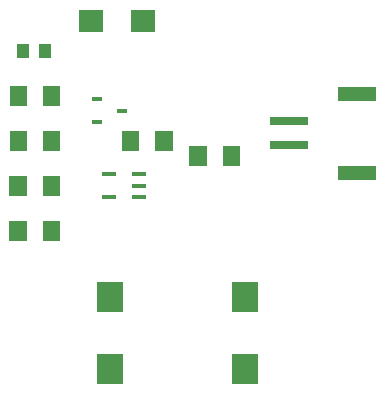
<source format=gbr>
G04 EAGLE Gerber RS-274X export*
G75*
%MOMM*%
%FSLAX34Y34*%
%LPD*%
%INSolderpaste Top*%
%IPPOS*%
%AMOC8*
5,1,8,0,0,1.08239X$1,22.5*%
G01*
%ADD10C,0.014000*%
%ADD11R,1.100000X1.300000*%
%ADD12R,2.000000X1.950000*%
%ADD13R,1.200000X0.400000*%
%ADD14R,0.900000X0.450000*%
%ADD15R,3.300000X0.800000*%
%ADD16R,3.200000X1.300000*%
%ADD17R,2.200000X2.600000*%


D10*
X41030Y224320D02*
X27170Y224320D01*
X27170Y240180D01*
X41030Y240180D01*
X41030Y224320D01*
X41030Y224453D02*
X27170Y224453D01*
X27170Y224586D02*
X41030Y224586D01*
X41030Y224719D02*
X27170Y224719D01*
X27170Y224852D02*
X41030Y224852D01*
X41030Y224985D02*
X27170Y224985D01*
X27170Y225118D02*
X41030Y225118D01*
X41030Y225251D02*
X27170Y225251D01*
X27170Y225384D02*
X41030Y225384D01*
X41030Y225517D02*
X27170Y225517D01*
X27170Y225650D02*
X41030Y225650D01*
X41030Y225783D02*
X27170Y225783D01*
X27170Y225916D02*
X41030Y225916D01*
X41030Y226049D02*
X27170Y226049D01*
X27170Y226182D02*
X41030Y226182D01*
X41030Y226315D02*
X27170Y226315D01*
X27170Y226448D02*
X41030Y226448D01*
X41030Y226581D02*
X27170Y226581D01*
X27170Y226714D02*
X41030Y226714D01*
X41030Y226847D02*
X27170Y226847D01*
X27170Y226980D02*
X41030Y226980D01*
X41030Y227113D02*
X27170Y227113D01*
X27170Y227246D02*
X41030Y227246D01*
X41030Y227379D02*
X27170Y227379D01*
X27170Y227512D02*
X41030Y227512D01*
X41030Y227645D02*
X27170Y227645D01*
X27170Y227778D02*
X41030Y227778D01*
X41030Y227911D02*
X27170Y227911D01*
X27170Y228044D02*
X41030Y228044D01*
X41030Y228177D02*
X27170Y228177D01*
X27170Y228310D02*
X41030Y228310D01*
X41030Y228443D02*
X27170Y228443D01*
X27170Y228576D02*
X41030Y228576D01*
X41030Y228709D02*
X27170Y228709D01*
X27170Y228842D02*
X41030Y228842D01*
X41030Y228975D02*
X27170Y228975D01*
X27170Y229108D02*
X41030Y229108D01*
X41030Y229241D02*
X27170Y229241D01*
X27170Y229374D02*
X41030Y229374D01*
X41030Y229507D02*
X27170Y229507D01*
X27170Y229640D02*
X41030Y229640D01*
X41030Y229773D02*
X27170Y229773D01*
X27170Y229906D02*
X41030Y229906D01*
X41030Y230039D02*
X27170Y230039D01*
X27170Y230172D02*
X41030Y230172D01*
X41030Y230305D02*
X27170Y230305D01*
X27170Y230438D02*
X41030Y230438D01*
X41030Y230571D02*
X27170Y230571D01*
X27170Y230704D02*
X41030Y230704D01*
X41030Y230837D02*
X27170Y230837D01*
X27170Y230970D02*
X41030Y230970D01*
X41030Y231103D02*
X27170Y231103D01*
X27170Y231236D02*
X41030Y231236D01*
X41030Y231369D02*
X27170Y231369D01*
X27170Y231502D02*
X41030Y231502D01*
X41030Y231635D02*
X27170Y231635D01*
X27170Y231768D02*
X41030Y231768D01*
X41030Y231901D02*
X27170Y231901D01*
X27170Y232034D02*
X41030Y232034D01*
X41030Y232167D02*
X27170Y232167D01*
X27170Y232300D02*
X41030Y232300D01*
X41030Y232433D02*
X27170Y232433D01*
X27170Y232566D02*
X41030Y232566D01*
X41030Y232699D02*
X27170Y232699D01*
X27170Y232832D02*
X41030Y232832D01*
X41030Y232965D02*
X27170Y232965D01*
X27170Y233098D02*
X41030Y233098D01*
X41030Y233231D02*
X27170Y233231D01*
X27170Y233364D02*
X41030Y233364D01*
X41030Y233497D02*
X27170Y233497D01*
X27170Y233630D02*
X41030Y233630D01*
X41030Y233763D02*
X27170Y233763D01*
X27170Y233896D02*
X41030Y233896D01*
X41030Y234029D02*
X27170Y234029D01*
X27170Y234162D02*
X41030Y234162D01*
X41030Y234295D02*
X27170Y234295D01*
X27170Y234428D02*
X41030Y234428D01*
X41030Y234561D02*
X27170Y234561D01*
X27170Y234694D02*
X41030Y234694D01*
X41030Y234827D02*
X27170Y234827D01*
X27170Y234960D02*
X41030Y234960D01*
X41030Y235093D02*
X27170Y235093D01*
X27170Y235226D02*
X41030Y235226D01*
X41030Y235359D02*
X27170Y235359D01*
X27170Y235492D02*
X41030Y235492D01*
X41030Y235625D02*
X27170Y235625D01*
X27170Y235758D02*
X41030Y235758D01*
X41030Y235891D02*
X27170Y235891D01*
X27170Y236024D02*
X41030Y236024D01*
X41030Y236157D02*
X27170Y236157D01*
X27170Y236290D02*
X41030Y236290D01*
X41030Y236423D02*
X27170Y236423D01*
X27170Y236556D02*
X41030Y236556D01*
X41030Y236689D02*
X27170Y236689D01*
X27170Y236822D02*
X41030Y236822D01*
X41030Y236955D02*
X27170Y236955D01*
X27170Y237088D02*
X41030Y237088D01*
X41030Y237221D02*
X27170Y237221D01*
X27170Y237354D02*
X41030Y237354D01*
X41030Y237487D02*
X27170Y237487D01*
X27170Y237620D02*
X41030Y237620D01*
X41030Y237753D02*
X27170Y237753D01*
X27170Y237886D02*
X41030Y237886D01*
X41030Y238019D02*
X27170Y238019D01*
X27170Y238152D02*
X41030Y238152D01*
X41030Y238285D02*
X27170Y238285D01*
X27170Y238418D02*
X41030Y238418D01*
X41030Y238551D02*
X27170Y238551D01*
X27170Y238684D02*
X41030Y238684D01*
X41030Y238817D02*
X27170Y238817D01*
X27170Y238950D02*
X41030Y238950D01*
X41030Y239083D02*
X27170Y239083D01*
X27170Y239216D02*
X41030Y239216D01*
X41030Y239349D02*
X27170Y239349D01*
X27170Y239482D02*
X41030Y239482D01*
X41030Y239615D02*
X27170Y239615D01*
X27170Y239748D02*
X41030Y239748D01*
X41030Y239881D02*
X27170Y239881D01*
X27170Y240014D02*
X41030Y240014D01*
X41030Y240147D02*
X27170Y240147D01*
X55170Y224320D02*
X69030Y224320D01*
X55170Y224320D02*
X55170Y240180D01*
X69030Y240180D01*
X69030Y224320D01*
X69030Y224453D02*
X55170Y224453D01*
X55170Y224586D02*
X69030Y224586D01*
X69030Y224719D02*
X55170Y224719D01*
X55170Y224852D02*
X69030Y224852D01*
X69030Y224985D02*
X55170Y224985D01*
X55170Y225118D02*
X69030Y225118D01*
X69030Y225251D02*
X55170Y225251D01*
X55170Y225384D02*
X69030Y225384D01*
X69030Y225517D02*
X55170Y225517D01*
X55170Y225650D02*
X69030Y225650D01*
X69030Y225783D02*
X55170Y225783D01*
X55170Y225916D02*
X69030Y225916D01*
X69030Y226049D02*
X55170Y226049D01*
X55170Y226182D02*
X69030Y226182D01*
X69030Y226315D02*
X55170Y226315D01*
X55170Y226448D02*
X69030Y226448D01*
X69030Y226581D02*
X55170Y226581D01*
X55170Y226714D02*
X69030Y226714D01*
X69030Y226847D02*
X55170Y226847D01*
X55170Y226980D02*
X69030Y226980D01*
X69030Y227113D02*
X55170Y227113D01*
X55170Y227246D02*
X69030Y227246D01*
X69030Y227379D02*
X55170Y227379D01*
X55170Y227512D02*
X69030Y227512D01*
X69030Y227645D02*
X55170Y227645D01*
X55170Y227778D02*
X69030Y227778D01*
X69030Y227911D02*
X55170Y227911D01*
X55170Y228044D02*
X69030Y228044D01*
X69030Y228177D02*
X55170Y228177D01*
X55170Y228310D02*
X69030Y228310D01*
X69030Y228443D02*
X55170Y228443D01*
X55170Y228576D02*
X69030Y228576D01*
X69030Y228709D02*
X55170Y228709D01*
X55170Y228842D02*
X69030Y228842D01*
X69030Y228975D02*
X55170Y228975D01*
X55170Y229108D02*
X69030Y229108D01*
X69030Y229241D02*
X55170Y229241D01*
X55170Y229374D02*
X69030Y229374D01*
X69030Y229507D02*
X55170Y229507D01*
X55170Y229640D02*
X69030Y229640D01*
X69030Y229773D02*
X55170Y229773D01*
X55170Y229906D02*
X69030Y229906D01*
X69030Y230039D02*
X55170Y230039D01*
X55170Y230172D02*
X69030Y230172D01*
X69030Y230305D02*
X55170Y230305D01*
X55170Y230438D02*
X69030Y230438D01*
X69030Y230571D02*
X55170Y230571D01*
X55170Y230704D02*
X69030Y230704D01*
X69030Y230837D02*
X55170Y230837D01*
X55170Y230970D02*
X69030Y230970D01*
X69030Y231103D02*
X55170Y231103D01*
X55170Y231236D02*
X69030Y231236D01*
X69030Y231369D02*
X55170Y231369D01*
X55170Y231502D02*
X69030Y231502D01*
X69030Y231635D02*
X55170Y231635D01*
X55170Y231768D02*
X69030Y231768D01*
X69030Y231901D02*
X55170Y231901D01*
X55170Y232034D02*
X69030Y232034D01*
X69030Y232167D02*
X55170Y232167D01*
X55170Y232300D02*
X69030Y232300D01*
X69030Y232433D02*
X55170Y232433D01*
X55170Y232566D02*
X69030Y232566D01*
X69030Y232699D02*
X55170Y232699D01*
X55170Y232832D02*
X69030Y232832D01*
X69030Y232965D02*
X55170Y232965D01*
X55170Y233098D02*
X69030Y233098D01*
X69030Y233231D02*
X55170Y233231D01*
X55170Y233364D02*
X69030Y233364D01*
X69030Y233497D02*
X55170Y233497D01*
X55170Y233630D02*
X69030Y233630D01*
X69030Y233763D02*
X55170Y233763D01*
X55170Y233896D02*
X69030Y233896D01*
X69030Y234029D02*
X55170Y234029D01*
X55170Y234162D02*
X69030Y234162D01*
X69030Y234295D02*
X55170Y234295D01*
X55170Y234428D02*
X69030Y234428D01*
X69030Y234561D02*
X55170Y234561D01*
X55170Y234694D02*
X69030Y234694D01*
X69030Y234827D02*
X55170Y234827D01*
X55170Y234960D02*
X69030Y234960D01*
X69030Y235093D02*
X55170Y235093D01*
X55170Y235226D02*
X69030Y235226D01*
X69030Y235359D02*
X55170Y235359D01*
X55170Y235492D02*
X69030Y235492D01*
X69030Y235625D02*
X55170Y235625D01*
X55170Y235758D02*
X69030Y235758D01*
X69030Y235891D02*
X55170Y235891D01*
X55170Y236024D02*
X69030Y236024D01*
X69030Y236157D02*
X55170Y236157D01*
X55170Y236290D02*
X69030Y236290D01*
X69030Y236423D02*
X55170Y236423D01*
X55170Y236556D02*
X69030Y236556D01*
X69030Y236689D02*
X55170Y236689D01*
X55170Y236822D02*
X69030Y236822D01*
X69030Y236955D02*
X55170Y236955D01*
X55170Y237088D02*
X69030Y237088D01*
X69030Y237221D02*
X55170Y237221D01*
X55170Y237354D02*
X69030Y237354D01*
X69030Y237487D02*
X55170Y237487D01*
X55170Y237620D02*
X69030Y237620D01*
X69030Y237753D02*
X55170Y237753D01*
X55170Y237886D02*
X69030Y237886D01*
X69030Y238019D02*
X55170Y238019D01*
X55170Y238152D02*
X69030Y238152D01*
X69030Y238285D02*
X55170Y238285D01*
X55170Y238418D02*
X69030Y238418D01*
X69030Y238551D02*
X55170Y238551D01*
X55170Y238684D02*
X69030Y238684D01*
X69030Y238817D02*
X55170Y238817D01*
X55170Y238950D02*
X69030Y238950D01*
X69030Y239083D02*
X55170Y239083D01*
X55170Y239216D02*
X69030Y239216D01*
X69030Y239349D02*
X55170Y239349D01*
X55170Y239482D02*
X69030Y239482D01*
X69030Y239615D02*
X55170Y239615D01*
X55170Y239748D02*
X69030Y239748D01*
X69030Y239881D02*
X55170Y239881D01*
X55170Y240014D02*
X69030Y240014D01*
X69030Y240147D02*
X55170Y240147D01*
X55170Y278280D02*
X69030Y278280D01*
X69030Y262420D01*
X55170Y262420D01*
X55170Y278280D01*
X55170Y262553D02*
X69030Y262553D01*
X69030Y262686D02*
X55170Y262686D01*
X55170Y262819D02*
X69030Y262819D01*
X69030Y262952D02*
X55170Y262952D01*
X55170Y263085D02*
X69030Y263085D01*
X69030Y263218D02*
X55170Y263218D01*
X55170Y263351D02*
X69030Y263351D01*
X69030Y263484D02*
X55170Y263484D01*
X55170Y263617D02*
X69030Y263617D01*
X69030Y263750D02*
X55170Y263750D01*
X55170Y263883D02*
X69030Y263883D01*
X69030Y264016D02*
X55170Y264016D01*
X55170Y264149D02*
X69030Y264149D01*
X69030Y264282D02*
X55170Y264282D01*
X55170Y264415D02*
X69030Y264415D01*
X69030Y264548D02*
X55170Y264548D01*
X55170Y264681D02*
X69030Y264681D01*
X69030Y264814D02*
X55170Y264814D01*
X55170Y264947D02*
X69030Y264947D01*
X69030Y265080D02*
X55170Y265080D01*
X55170Y265213D02*
X69030Y265213D01*
X69030Y265346D02*
X55170Y265346D01*
X55170Y265479D02*
X69030Y265479D01*
X69030Y265612D02*
X55170Y265612D01*
X55170Y265745D02*
X69030Y265745D01*
X69030Y265878D02*
X55170Y265878D01*
X55170Y266011D02*
X69030Y266011D01*
X69030Y266144D02*
X55170Y266144D01*
X55170Y266277D02*
X69030Y266277D01*
X69030Y266410D02*
X55170Y266410D01*
X55170Y266543D02*
X69030Y266543D01*
X69030Y266676D02*
X55170Y266676D01*
X55170Y266809D02*
X69030Y266809D01*
X69030Y266942D02*
X55170Y266942D01*
X55170Y267075D02*
X69030Y267075D01*
X69030Y267208D02*
X55170Y267208D01*
X55170Y267341D02*
X69030Y267341D01*
X69030Y267474D02*
X55170Y267474D01*
X55170Y267607D02*
X69030Y267607D01*
X69030Y267740D02*
X55170Y267740D01*
X55170Y267873D02*
X69030Y267873D01*
X69030Y268006D02*
X55170Y268006D01*
X55170Y268139D02*
X69030Y268139D01*
X69030Y268272D02*
X55170Y268272D01*
X55170Y268405D02*
X69030Y268405D01*
X69030Y268538D02*
X55170Y268538D01*
X55170Y268671D02*
X69030Y268671D01*
X69030Y268804D02*
X55170Y268804D01*
X55170Y268937D02*
X69030Y268937D01*
X69030Y269070D02*
X55170Y269070D01*
X55170Y269203D02*
X69030Y269203D01*
X69030Y269336D02*
X55170Y269336D01*
X55170Y269469D02*
X69030Y269469D01*
X69030Y269602D02*
X55170Y269602D01*
X55170Y269735D02*
X69030Y269735D01*
X69030Y269868D02*
X55170Y269868D01*
X55170Y270001D02*
X69030Y270001D01*
X69030Y270134D02*
X55170Y270134D01*
X55170Y270267D02*
X69030Y270267D01*
X69030Y270400D02*
X55170Y270400D01*
X55170Y270533D02*
X69030Y270533D01*
X69030Y270666D02*
X55170Y270666D01*
X55170Y270799D02*
X69030Y270799D01*
X69030Y270932D02*
X55170Y270932D01*
X55170Y271065D02*
X69030Y271065D01*
X69030Y271198D02*
X55170Y271198D01*
X55170Y271331D02*
X69030Y271331D01*
X69030Y271464D02*
X55170Y271464D01*
X55170Y271597D02*
X69030Y271597D01*
X69030Y271730D02*
X55170Y271730D01*
X55170Y271863D02*
X69030Y271863D01*
X69030Y271996D02*
X55170Y271996D01*
X55170Y272129D02*
X69030Y272129D01*
X69030Y272262D02*
X55170Y272262D01*
X55170Y272395D02*
X69030Y272395D01*
X69030Y272528D02*
X55170Y272528D01*
X55170Y272661D02*
X69030Y272661D01*
X69030Y272794D02*
X55170Y272794D01*
X55170Y272927D02*
X69030Y272927D01*
X69030Y273060D02*
X55170Y273060D01*
X55170Y273193D02*
X69030Y273193D01*
X69030Y273326D02*
X55170Y273326D01*
X55170Y273459D02*
X69030Y273459D01*
X69030Y273592D02*
X55170Y273592D01*
X55170Y273725D02*
X69030Y273725D01*
X69030Y273858D02*
X55170Y273858D01*
X55170Y273991D02*
X69030Y273991D01*
X69030Y274124D02*
X55170Y274124D01*
X55170Y274257D02*
X69030Y274257D01*
X69030Y274390D02*
X55170Y274390D01*
X55170Y274523D02*
X69030Y274523D01*
X69030Y274656D02*
X55170Y274656D01*
X55170Y274789D02*
X69030Y274789D01*
X69030Y274922D02*
X55170Y274922D01*
X55170Y275055D02*
X69030Y275055D01*
X69030Y275188D02*
X55170Y275188D01*
X55170Y275321D02*
X69030Y275321D01*
X69030Y275454D02*
X55170Y275454D01*
X55170Y275587D02*
X69030Y275587D01*
X69030Y275720D02*
X55170Y275720D01*
X55170Y275853D02*
X69030Y275853D01*
X69030Y275986D02*
X55170Y275986D01*
X55170Y276119D02*
X69030Y276119D01*
X69030Y276252D02*
X55170Y276252D01*
X55170Y276385D02*
X69030Y276385D01*
X69030Y276518D02*
X55170Y276518D01*
X55170Y276651D02*
X69030Y276651D01*
X69030Y276784D02*
X55170Y276784D01*
X55170Y276917D02*
X69030Y276917D01*
X69030Y277050D02*
X55170Y277050D01*
X55170Y277183D02*
X69030Y277183D01*
X69030Y277316D02*
X55170Y277316D01*
X55170Y277449D02*
X69030Y277449D01*
X69030Y277582D02*
X55170Y277582D01*
X55170Y277715D02*
X69030Y277715D01*
X69030Y277848D02*
X55170Y277848D01*
X55170Y277981D02*
X69030Y277981D01*
X69030Y278114D02*
X55170Y278114D01*
X55170Y278247D02*
X69030Y278247D01*
X41030Y278280D02*
X27170Y278280D01*
X41030Y278280D02*
X41030Y262420D01*
X27170Y262420D01*
X27170Y278280D01*
X27170Y262553D02*
X41030Y262553D01*
X41030Y262686D02*
X27170Y262686D01*
X27170Y262819D02*
X41030Y262819D01*
X41030Y262952D02*
X27170Y262952D01*
X27170Y263085D02*
X41030Y263085D01*
X41030Y263218D02*
X27170Y263218D01*
X27170Y263351D02*
X41030Y263351D01*
X41030Y263484D02*
X27170Y263484D01*
X27170Y263617D02*
X41030Y263617D01*
X41030Y263750D02*
X27170Y263750D01*
X27170Y263883D02*
X41030Y263883D01*
X41030Y264016D02*
X27170Y264016D01*
X27170Y264149D02*
X41030Y264149D01*
X41030Y264282D02*
X27170Y264282D01*
X27170Y264415D02*
X41030Y264415D01*
X41030Y264548D02*
X27170Y264548D01*
X27170Y264681D02*
X41030Y264681D01*
X41030Y264814D02*
X27170Y264814D01*
X27170Y264947D02*
X41030Y264947D01*
X41030Y265080D02*
X27170Y265080D01*
X27170Y265213D02*
X41030Y265213D01*
X41030Y265346D02*
X27170Y265346D01*
X27170Y265479D02*
X41030Y265479D01*
X41030Y265612D02*
X27170Y265612D01*
X27170Y265745D02*
X41030Y265745D01*
X41030Y265878D02*
X27170Y265878D01*
X27170Y266011D02*
X41030Y266011D01*
X41030Y266144D02*
X27170Y266144D01*
X27170Y266277D02*
X41030Y266277D01*
X41030Y266410D02*
X27170Y266410D01*
X27170Y266543D02*
X41030Y266543D01*
X41030Y266676D02*
X27170Y266676D01*
X27170Y266809D02*
X41030Y266809D01*
X41030Y266942D02*
X27170Y266942D01*
X27170Y267075D02*
X41030Y267075D01*
X41030Y267208D02*
X27170Y267208D01*
X27170Y267341D02*
X41030Y267341D01*
X41030Y267474D02*
X27170Y267474D01*
X27170Y267607D02*
X41030Y267607D01*
X41030Y267740D02*
X27170Y267740D01*
X27170Y267873D02*
X41030Y267873D01*
X41030Y268006D02*
X27170Y268006D01*
X27170Y268139D02*
X41030Y268139D01*
X41030Y268272D02*
X27170Y268272D01*
X27170Y268405D02*
X41030Y268405D01*
X41030Y268538D02*
X27170Y268538D01*
X27170Y268671D02*
X41030Y268671D01*
X41030Y268804D02*
X27170Y268804D01*
X27170Y268937D02*
X41030Y268937D01*
X41030Y269070D02*
X27170Y269070D01*
X27170Y269203D02*
X41030Y269203D01*
X41030Y269336D02*
X27170Y269336D01*
X27170Y269469D02*
X41030Y269469D01*
X41030Y269602D02*
X27170Y269602D01*
X27170Y269735D02*
X41030Y269735D01*
X41030Y269868D02*
X27170Y269868D01*
X27170Y270001D02*
X41030Y270001D01*
X41030Y270134D02*
X27170Y270134D01*
X27170Y270267D02*
X41030Y270267D01*
X41030Y270400D02*
X27170Y270400D01*
X27170Y270533D02*
X41030Y270533D01*
X41030Y270666D02*
X27170Y270666D01*
X27170Y270799D02*
X41030Y270799D01*
X41030Y270932D02*
X27170Y270932D01*
X27170Y271065D02*
X41030Y271065D01*
X41030Y271198D02*
X27170Y271198D01*
X27170Y271331D02*
X41030Y271331D01*
X41030Y271464D02*
X27170Y271464D01*
X27170Y271597D02*
X41030Y271597D01*
X41030Y271730D02*
X27170Y271730D01*
X27170Y271863D02*
X41030Y271863D01*
X41030Y271996D02*
X27170Y271996D01*
X27170Y272129D02*
X41030Y272129D01*
X41030Y272262D02*
X27170Y272262D01*
X27170Y272395D02*
X41030Y272395D01*
X41030Y272528D02*
X27170Y272528D01*
X27170Y272661D02*
X41030Y272661D01*
X41030Y272794D02*
X27170Y272794D01*
X27170Y272927D02*
X41030Y272927D01*
X41030Y273060D02*
X27170Y273060D01*
X27170Y273193D02*
X41030Y273193D01*
X41030Y273326D02*
X27170Y273326D01*
X27170Y273459D02*
X41030Y273459D01*
X41030Y273592D02*
X27170Y273592D01*
X27170Y273725D02*
X41030Y273725D01*
X41030Y273858D02*
X27170Y273858D01*
X27170Y273991D02*
X41030Y273991D01*
X41030Y274124D02*
X27170Y274124D01*
X27170Y274257D02*
X41030Y274257D01*
X41030Y274390D02*
X27170Y274390D01*
X27170Y274523D02*
X41030Y274523D01*
X41030Y274656D02*
X27170Y274656D01*
X27170Y274789D02*
X41030Y274789D01*
X41030Y274922D02*
X27170Y274922D01*
X27170Y275055D02*
X41030Y275055D01*
X41030Y275188D02*
X27170Y275188D01*
X27170Y275321D02*
X41030Y275321D01*
X41030Y275454D02*
X27170Y275454D01*
X27170Y275587D02*
X41030Y275587D01*
X41030Y275720D02*
X27170Y275720D01*
X27170Y275853D02*
X41030Y275853D01*
X41030Y275986D02*
X27170Y275986D01*
X27170Y276119D02*
X41030Y276119D01*
X41030Y276252D02*
X27170Y276252D01*
X27170Y276385D02*
X41030Y276385D01*
X41030Y276518D02*
X27170Y276518D01*
X27170Y276651D02*
X41030Y276651D01*
X41030Y276784D02*
X27170Y276784D01*
X27170Y276917D02*
X41030Y276917D01*
X41030Y277050D02*
X27170Y277050D01*
X27170Y277183D02*
X41030Y277183D01*
X41030Y277316D02*
X27170Y277316D01*
X27170Y277449D02*
X41030Y277449D01*
X41030Y277582D02*
X27170Y277582D01*
X27170Y277715D02*
X41030Y277715D01*
X41030Y277848D02*
X27170Y277848D01*
X27170Y277981D02*
X41030Y277981D01*
X41030Y278114D02*
X27170Y278114D01*
X27170Y278247D02*
X41030Y278247D01*
D11*
X57600Y308450D03*
X38600Y308450D03*
D12*
X95950Y333850D03*
X139950Y333850D03*
D13*
X136800Y184650D03*
X136800Y194150D03*
X136800Y203650D03*
X111800Y203650D03*
X111800Y184650D03*
D14*
X101100Y267250D03*
X101100Y248050D03*
X122100Y257650D03*
D15*
X264000Y248600D03*
X264000Y228600D03*
D16*
X321500Y272100D03*
X321500Y205100D03*
D17*
X226300Y38700D03*
X226300Y99700D03*
X112300Y99700D03*
X112300Y38700D03*
D10*
X122200Y224305D02*
X136060Y224305D01*
X122200Y224305D02*
X122200Y240195D01*
X136060Y240195D01*
X136060Y224305D01*
X136060Y224438D02*
X122200Y224438D01*
X122200Y224571D02*
X136060Y224571D01*
X136060Y224704D02*
X122200Y224704D01*
X122200Y224837D02*
X136060Y224837D01*
X136060Y224970D02*
X122200Y224970D01*
X122200Y225103D02*
X136060Y225103D01*
X136060Y225236D02*
X122200Y225236D01*
X122200Y225369D02*
X136060Y225369D01*
X136060Y225502D02*
X122200Y225502D01*
X122200Y225635D02*
X136060Y225635D01*
X136060Y225768D02*
X122200Y225768D01*
X122200Y225901D02*
X136060Y225901D01*
X136060Y226034D02*
X122200Y226034D01*
X122200Y226167D02*
X136060Y226167D01*
X136060Y226300D02*
X122200Y226300D01*
X122200Y226433D02*
X136060Y226433D01*
X136060Y226566D02*
X122200Y226566D01*
X122200Y226699D02*
X136060Y226699D01*
X136060Y226832D02*
X122200Y226832D01*
X122200Y226965D02*
X136060Y226965D01*
X136060Y227098D02*
X122200Y227098D01*
X122200Y227231D02*
X136060Y227231D01*
X136060Y227364D02*
X122200Y227364D01*
X122200Y227497D02*
X136060Y227497D01*
X136060Y227630D02*
X122200Y227630D01*
X122200Y227763D02*
X136060Y227763D01*
X136060Y227896D02*
X122200Y227896D01*
X122200Y228029D02*
X136060Y228029D01*
X136060Y228162D02*
X122200Y228162D01*
X122200Y228295D02*
X136060Y228295D01*
X136060Y228428D02*
X122200Y228428D01*
X122200Y228561D02*
X136060Y228561D01*
X136060Y228694D02*
X122200Y228694D01*
X122200Y228827D02*
X136060Y228827D01*
X136060Y228960D02*
X122200Y228960D01*
X122200Y229093D02*
X136060Y229093D01*
X136060Y229226D02*
X122200Y229226D01*
X122200Y229359D02*
X136060Y229359D01*
X136060Y229492D02*
X122200Y229492D01*
X122200Y229625D02*
X136060Y229625D01*
X136060Y229758D02*
X122200Y229758D01*
X122200Y229891D02*
X136060Y229891D01*
X136060Y230024D02*
X122200Y230024D01*
X122200Y230157D02*
X136060Y230157D01*
X136060Y230290D02*
X122200Y230290D01*
X122200Y230423D02*
X136060Y230423D01*
X136060Y230556D02*
X122200Y230556D01*
X122200Y230689D02*
X136060Y230689D01*
X136060Y230822D02*
X122200Y230822D01*
X122200Y230955D02*
X136060Y230955D01*
X136060Y231088D02*
X122200Y231088D01*
X122200Y231221D02*
X136060Y231221D01*
X136060Y231354D02*
X122200Y231354D01*
X122200Y231487D02*
X136060Y231487D01*
X136060Y231620D02*
X122200Y231620D01*
X122200Y231753D02*
X136060Y231753D01*
X136060Y231886D02*
X122200Y231886D01*
X122200Y232019D02*
X136060Y232019D01*
X136060Y232152D02*
X122200Y232152D01*
X122200Y232285D02*
X136060Y232285D01*
X136060Y232418D02*
X122200Y232418D01*
X122200Y232551D02*
X136060Y232551D01*
X136060Y232684D02*
X122200Y232684D01*
X122200Y232817D02*
X136060Y232817D01*
X136060Y232950D02*
X122200Y232950D01*
X122200Y233083D02*
X136060Y233083D01*
X136060Y233216D02*
X122200Y233216D01*
X122200Y233349D02*
X136060Y233349D01*
X136060Y233482D02*
X122200Y233482D01*
X122200Y233615D02*
X136060Y233615D01*
X136060Y233748D02*
X122200Y233748D01*
X122200Y233881D02*
X136060Y233881D01*
X136060Y234014D02*
X122200Y234014D01*
X122200Y234147D02*
X136060Y234147D01*
X136060Y234280D02*
X122200Y234280D01*
X122200Y234413D02*
X136060Y234413D01*
X136060Y234546D02*
X122200Y234546D01*
X122200Y234679D02*
X136060Y234679D01*
X136060Y234812D02*
X122200Y234812D01*
X122200Y234945D02*
X136060Y234945D01*
X136060Y235078D02*
X122200Y235078D01*
X122200Y235211D02*
X136060Y235211D01*
X136060Y235344D02*
X122200Y235344D01*
X122200Y235477D02*
X136060Y235477D01*
X136060Y235610D02*
X122200Y235610D01*
X122200Y235743D02*
X136060Y235743D01*
X136060Y235876D02*
X122200Y235876D01*
X122200Y236009D02*
X136060Y236009D01*
X136060Y236142D02*
X122200Y236142D01*
X122200Y236275D02*
X136060Y236275D01*
X136060Y236408D02*
X122200Y236408D01*
X122200Y236541D02*
X136060Y236541D01*
X136060Y236674D02*
X122200Y236674D01*
X122200Y236807D02*
X136060Y236807D01*
X136060Y236940D02*
X122200Y236940D01*
X122200Y237073D02*
X136060Y237073D01*
X136060Y237206D02*
X122200Y237206D01*
X122200Y237339D02*
X136060Y237339D01*
X136060Y237472D02*
X122200Y237472D01*
X122200Y237605D02*
X136060Y237605D01*
X136060Y237738D02*
X122200Y237738D01*
X122200Y237871D02*
X136060Y237871D01*
X136060Y238004D02*
X122200Y238004D01*
X122200Y238137D02*
X136060Y238137D01*
X136060Y238270D02*
X122200Y238270D01*
X122200Y238403D02*
X136060Y238403D01*
X136060Y238536D02*
X122200Y238536D01*
X122200Y238669D02*
X136060Y238669D01*
X136060Y238802D02*
X122200Y238802D01*
X122200Y238935D02*
X136060Y238935D01*
X136060Y239068D02*
X122200Y239068D01*
X122200Y239201D02*
X136060Y239201D01*
X136060Y239334D02*
X122200Y239334D01*
X122200Y239467D02*
X136060Y239467D01*
X136060Y239600D02*
X122200Y239600D01*
X122200Y239733D02*
X136060Y239733D01*
X136060Y239866D02*
X122200Y239866D01*
X122200Y239999D02*
X136060Y239999D01*
X136060Y240132D02*
X122200Y240132D01*
X150640Y224305D02*
X164500Y224305D01*
X150640Y224305D02*
X150640Y240195D01*
X164500Y240195D01*
X164500Y224305D01*
X164500Y224438D02*
X150640Y224438D01*
X150640Y224571D02*
X164500Y224571D01*
X164500Y224704D02*
X150640Y224704D01*
X150640Y224837D02*
X164500Y224837D01*
X164500Y224970D02*
X150640Y224970D01*
X150640Y225103D02*
X164500Y225103D01*
X164500Y225236D02*
X150640Y225236D01*
X150640Y225369D02*
X164500Y225369D01*
X164500Y225502D02*
X150640Y225502D01*
X150640Y225635D02*
X164500Y225635D01*
X164500Y225768D02*
X150640Y225768D01*
X150640Y225901D02*
X164500Y225901D01*
X164500Y226034D02*
X150640Y226034D01*
X150640Y226167D02*
X164500Y226167D01*
X164500Y226300D02*
X150640Y226300D01*
X150640Y226433D02*
X164500Y226433D01*
X164500Y226566D02*
X150640Y226566D01*
X150640Y226699D02*
X164500Y226699D01*
X164500Y226832D02*
X150640Y226832D01*
X150640Y226965D02*
X164500Y226965D01*
X164500Y227098D02*
X150640Y227098D01*
X150640Y227231D02*
X164500Y227231D01*
X164500Y227364D02*
X150640Y227364D01*
X150640Y227497D02*
X164500Y227497D01*
X164500Y227630D02*
X150640Y227630D01*
X150640Y227763D02*
X164500Y227763D01*
X164500Y227896D02*
X150640Y227896D01*
X150640Y228029D02*
X164500Y228029D01*
X164500Y228162D02*
X150640Y228162D01*
X150640Y228295D02*
X164500Y228295D01*
X164500Y228428D02*
X150640Y228428D01*
X150640Y228561D02*
X164500Y228561D01*
X164500Y228694D02*
X150640Y228694D01*
X150640Y228827D02*
X164500Y228827D01*
X164500Y228960D02*
X150640Y228960D01*
X150640Y229093D02*
X164500Y229093D01*
X164500Y229226D02*
X150640Y229226D01*
X150640Y229359D02*
X164500Y229359D01*
X164500Y229492D02*
X150640Y229492D01*
X150640Y229625D02*
X164500Y229625D01*
X164500Y229758D02*
X150640Y229758D01*
X150640Y229891D02*
X164500Y229891D01*
X164500Y230024D02*
X150640Y230024D01*
X150640Y230157D02*
X164500Y230157D01*
X164500Y230290D02*
X150640Y230290D01*
X150640Y230423D02*
X164500Y230423D01*
X164500Y230556D02*
X150640Y230556D01*
X150640Y230689D02*
X164500Y230689D01*
X164500Y230822D02*
X150640Y230822D01*
X150640Y230955D02*
X164500Y230955D01*
X164500Y231088D02*
X150640Y231088D01*
X150640Y231221D02*
X164500Y231221D01*
X164500Y231354D02*
X150640Y231354D01*
X150640Y231487D02*
X164500Y231487D01*
X164500Y231620D02*
X150640Y231620D01*
X150640Y231753D02*
X164500Y231753D01*
X164500Y231886D02*
X150640Y231886D01*
X150640Y232019D02*
X164500Y232019D01*
X164500Y232152D02*
X150640Y232152D01*
X150640Y232285D02*
X164500Y232285D01*
X164500Y232418D02*
X150640Y232418D01*
X150640Y232551D02*
X164500Y232551D01*
X164500Y232684D02*
X150640Y232684D01*
X150640Y232817D02*
X164500Y232817D01*
X164500Y232950D02*
X150640Y232950D01*
X150640Y233083D02*
X164500Y233083D01*
X164500Y233216D02*
X150640Y233216D01*
X150640Y233349D02*
X164500Y233349D01*
X164500Y233482D02*
X150640Y233482D01*
X150640Y233615D02*
X164500Y233615D01*
X164500Y233748D02*
X150640Y233748D01*
X150640Y233881D02*
X164500Y233881D01*
X164500Y234014D02*
X150640Y234014D01*
X150640Y234147D02*
X164500Y234147D01*
X164500Y234280D02*
X150640Y234280D01*
X150640Y234413D02*
X164500Y234413D01*
X164500Y234546D02*
X150640Y234546D01*
X150640Y234679D02*
X164500Y234679D01*
X164500Y234812D02*
X150640Y234812D01*
X150640Y234945D02*
X164500Y234945D01*
X164500Y235078D02*
X150640Y235078D01*
X150640Y235211D02*
X164500Y235211D01*
X164500Y235344D02*
X150640Y235344D01*
X150640Y235477D02*
X164500Y235477D01*
X164500Y235610D02*
X150640Y235610D01*
X150640Y235743D02*
X164500Y235743D01*
X164500Y235876D02*
X150640Y235876D01*
X150640Y236009D02*
X164500Y236009D01*
X164500Y236142D02*
X150640Y236142D01*
X150640Y236275D02*
X164500Y236275D01*
X164500Y236408D02*
X150640Y236408D01*
X150640Y236541D02*
X164500Y236541D01*
X164500Y236674D02*
X150640Y236674D01*
X150640Y236807D02*
X164500Y236807D01*
X164500Y236940D02*
X150640Y236940D01*
X150640Y237073D02*
X164500Y237073D01*
X164500Y237206D02*
X150640Y237206D01*
X150640Y237339D02*
X164500Y237339D01*
X164500Y237472D02*
X150640Y237472D01*
X150640Y237605D02*
X164500Y237605D01*
X164500Y237738D02*
X150640Y237738D01*
X150640Y237871D02*
X164500Y237871D01*
X164500Y238004D02*
X150640Y238004D01*
X150640Y238137D02*
X164500Y238137D01*
X164500Y238270D02*
X150640Y238270D01*
X150640Y238403D02*
X164500Y238403D01*
X164500Y238536D02*
X150640Y238536D01*
X150640Y238669D02*
X164500Y238669D01*
X164500Y238802D02*
X150640Y238802D01*
X150640Y238935D02*
X164500Y238935D01*
X164500Y239068D02*
X150640Y239068D01*
X150640Y239201D02*
X164500Y239201D01*
X164500Y239334D02*
X150640Y239334D01*
X150640Y239467D02*
X164500Y239467D01*
X164500Y239600D02*
X150640Y239600D01*
X150640Y239733D02*
X164500Y239733D01*
X164500Y239866D02*
X150640Y239866D01*
X150640Y239999D02*
X164500Y239999D01*
X164500Y240132D02*
X150640Y240132D01*
X40810Y202095D02*
X26950Y202095D01*
X40810Y202095D02*
X40810Y186205D01*
X26950Y186205D01*
X26950Y202095D01*
X26950Y186338D02*
X40810Y186338D01*
X40810Y186471D02*
X26950Y186471D01*
X26950Y186604D02*
X40810Y186604D01*
X40810Y186737D02*
X26950Y186737D01*
X26950Y186870D02*
X40810Y186870D01*
X40810Y187003D02*
X26950Y187003D01*
X26950Y187136D02*
X40810Y187136D01*
X40810Y187269D02*
X26950Y187269D01*
X26950Y187402D02*
X40810Y187402D01*
X40810Y187535D02*
X26950Y187535D01*
X26950Y187668D02*
X40810Y187668D01*
X40810Y187801D02*
X26950Y187801D01*
X26950Y187934D02*
X40810Y187934D01*
X40810Y188067D02*
X26950Y188067D01*
X26950Y188200D02*
X40810Y188200D01*
X40810Y188333D02*
X26950Y188333D01*
X26950Y188466D02*
X40810Y188466D01*
X40810Y188599D02*
X26950Y188599D01*
X26950Y188732D02*
X40810Y188732D01*
X40810Y188865D02*
X26950Y188865D01*
X26950Y188998D02*
X40810Y188998D01*
X40810Y189131D02*
X26950Y189131D01*
X26950Y189264D02*
X40810Y189264D01*
X40810Y189397D02*
X26950Y189397D01*
X26950Y189530D02*
X40810Y189530D01*
X40810Y189663D02*
X26950Y189663D01*
X26950Y189796D02*
X40810Y189796D01*
X40810Y189929D02*
X26950Y189929D01*
X26950Y190062D02*
X40810Y190062D01*
X40810Y190195D02*
X26950Y190195D01*
X26950Y190328D02*
X40810Y190328D01*
X40810Y190461D02*
X26950Y190461D01*
X26950Y190594D02*
X40810Y190594D01*
X40810Y190727D02*
X26950Y190727D01*
X26950Y190860D02*
X40810Y190860D01*
X40810Y190993D02*
X26950Y190993D01*
X26950Y191126D02*
X40810Y191126D01*
X40810Y191259D02*
X26950Y191259D01*
X26950Y191392D02*
X40810Y191392D01*
X40810Y191525D02*
X26950Y191525D01*
X26950Y191658D02*
X40810Y191658D01*
X40810Y191791D02*
X26950Y191791D01*
X26950Y191924D02*
X40810Y191924D01*
X40810Y192057D02*
X26950Y192057D01*
X26950Y192190D02*
X40810Y192190D01*
X40810Y192323D02*
X26950Y192323D01*
X26950Y192456D02*
X40810Y192456D01*
X40810Y192589D02*
X26950Y192589D01*
X26950Y192722D02*
X40810Y192722D01*
X40810Y192855D02*
X26950Y192855D01*
X26950Y192988D02*
X40810Y192988D01*
X40810Y193121D02*
X26950Y193121D01*
X26950Y193254D02*
X40810Y193254D01*
X40810Y193387D02*
X26950Y193387D01*
X26950Y193520D02*
X40810Y193520D01*
X40810Y193653D02*
X26950Y193653D01*
X26950Y193786D02*
X40810Y193786D01*
X40810Y193919D02*
X26950Y193919D01*
X26950Y194052D02*
X40810Y194052D01*
X40810Y194185D02*
X26950Y194185D01*
X26950Y194318D02*
X40810Y194318D01*
X40810Y194451D02*
X26950Y194451D01*
X26950Y194584D02*
X40810Y194584D01*
X40810Y194717D02*
X26950Y194717D01*
X26950Y194850D02*
X40810Y194850D01*
X40810Y194983D02*
X26950Y194983D01*
X26950Y195116D02*
X40810Y195116D01*
X40810Y195249D02*
X26950Y195249D01*
X26950Y195382D02*
X40810Y195382D01*
X40810Y195515D02*
X26950Y195515D01*
X26950Y195648D02*
X40810Y195648D01*
X40810Y195781D02*
X26950Y195781D01*
X26950Y195914D02*
X40810Y195914D01*
X40810Y196047D02*
X26950Y196047D01*
X26950Y196180D02*
X40810Y196180D01*
X40810Y196313D02*
X26950Y196313D01*
X26950Y196446D02*
X40810Y196446D01*
X40810Y196579D02*
X26950Y196579D01*
X26950Y196712D02*
X40810Y196712D01*
X40810Y196845D02*
X26950Y196845D01*
X26950Y196978D02*
X40810Y196978D01*
X40810Y197111D02*
X26950Y197111D01*
X26950Y197244D02*
X40810Y197244D01*
X40810Y197377D02*
X26950Y197377D01*
X26950Y197510D02*
X40810Y197510D01*
X40810Y197643D02*
X26950Y197643D01*
X26950Y197776D02*
X40810Y197776D01*
X40810Y197909D02*
X26950Y197909D01*
X26950Y198042D02*
X40810Y198042D01*
X40810Y198175D02*
X26950Y198175D01*
X26950Y198308D02*
X40810Y198308D01*
X40810Y198441D02*
X26950Y198441D01*
X26950Y198574D02*
X40810Y198574D01*
X40810Y198707D02*
X26950Y198707D01*
X26950Y198840D02*
X40810Y198840D01*
X40810Y198973D02*
X26950Y198973D01*
X26950Y199106D02*
X40810Y199106D01*
X40810Y199239D02*
X26950Y199239D01*
X26950Y199372D02*
X40810Y199372D01*
X40810Y199505D02*
X26950Y199505D01*
X26950Y199638D02*
X40810Y199638D01*
X40810Y199771D02*
X26950Y199771D01*
X26950Y199904D02*
X40810Y199904D01*
X40810Y200037D02*
X26950Y200037D01*
X26950Y200170D02*
X40810Y200170D01*
X40810Y200303D02*
X26950Y200303D01*
X26950Y200436D02*
X40810Y200436D01*
X40810Y200569D02*
X26950Y200569D01*
X26950Y200702D02*
X40810Y200702D01*
X40810Y200835D02*
X26950Y200835D01*
X26950Y200968D02*
X40810Y200968D01*
X40810Y201101D02*
X26950Y201101D01*
X26950Y201234D02*
X40810Y201234D01*
X40810Y201367D02*
X26950Y201367D01*
X26950Y201500D02*
X40810Y201500D01*
X40810Y201633D02*
X26950Y201633D01*
X26950Y201766D02*
X40810Y201766D01*
X40810Y201899D02*
X26950Y201899D01*
X26950Y202032D02*
X40810Y202032D01*
X55390Y202095D02*
X69250Y202095D01*
X69250Y186205D01*
X55390Y186205D01*
X55390Y202095D01*
X55390Y186338D02*
X69250Y186338D01*
X69250Y186471D02*
X55390Y186471D01*
X55390Y186604D02*
X69250Y186604D01*
X69250Y186737D02*
X55390Y186737D01*
X55390Y186870D02*
X69250Y186870D01*
X69250Y187003D02*
X55390Y187003D01*
X55390Y187136D02*
X69250Y187136D01*
X69250Y187269D02*
X55390Y187269D01*
X55390Y187402D02*
X69250Y187402D01*
X69250Y187535D02*
X55390Y187535D01*
X55390Y187668D02*
X69250Y187668D01*
X69250Y187801D02*
X55390Y187801D01*
X55390Y187934D02*
X69250Y187934D01*
X69250Y188067D02*
X55390Y188067D01*
X55390Y188200D02*
X69250Y188200D01*
X69250Y188333D02*
X55390Y188333D01*
X55390Y188466D02*
X69250Y188466D01*
X69250Y188599D02*
X55390Y188599D01*
X55390Y188732D02*
X69250Y188732D01*
X69250Y188865D02*
X55390Y188865D01*
X55390Y188998D02*
X69250Y188998D01*
X69250Y189131D02*
X55390Y189131D01*
X55390Y189264D02*
X69250Y189264D01*
X69250Y189397D02*
X55390Y189397D01*
X55390Y189530D02*
X69250Y189530D01*
X69250Y189663D02*
X55390Y189663D01*
X55390Y189796D02*
X69250Y189796D01*
X69250Y189929D02*
X55390Y189929D01*
X55390Y190062D02*
X69250Y190062D01*
X69250Y190195D02*
X55390Y190195D01*
X55390Y190328D02*
X69250Y190328D01*
X69250Y190461D02*
X55390Y190461D01*
X55390Y190594D02*
X69250Y190594D01*
X69250Y190727D02*
X55390Y190727D01*
X55390Y190860D02*
X69250Y190860D01*
X69250Y190993D02*
X55390Y190993D01*
X55390Y191126D02*
X69250Y191126D01*
X69250Y191259D02*
X55390Y191259D01*
X55390Y191392D02*
X69250Y191392D01*
X69250Y191525D02*
X55390Y191525D01*
X55390Y191658D02*
X69250Y191658D01*
X69250Y191791D02*
X55390Y191791D01*
X55390Y191924D02*
X69250Y191924D01*
X69250Y192057D02*
X55390Y192057D01*
X55390Y192190D02*
X69250Y192190D01*
X69250Y192323D02*
X55390Y192323D01*
X55390Y192456D02*
X69250Y192456D01*
X69250Y192589D02*
X55390Y192589D01*
X55390Y192722D02*
X69250Y192722D01*
X69250Y192855D02*
X55390Y192855D01*
X55390Y192988D02*
X69250Y192988D01*
X69250Y193121D02*
X55390Y193121D01*
X55390Y193254D02*
X69250Y193254D01*
X69250Y193387D02*
X55390Y193387D01*
X55390Y193520D02*
X69250Y193520D01*
X69250Y193653D02*
X55390Y193653D01*
X55390Y193786D02*
X69250Y193786D01*
X69250Y193919D02*
X55390Y193919D01*
X55390Y194052D02*
X69250Y194052D01*
X69250Y194185D02*
X55390Y194185D01*
X55390Y194318D02*
X69250Y194318D01*
X69250Y194451D02*
X55390Y194451D01*
X55390Y194584D02*
X69250Y194584D01*
X69250Y194717D02*
X55390Y194717D01*
X55390Y194850D02*
X69250Y194850D01*
X69250Y194983D02*
X55390Y194983D01*
X55390Y195116D02*
X69250Y195116D01*
X69250Y195249D02*
X55390Y195249D01*
X55390Y195382D02*
X69250Y195382D01*
X69250Y195515D02*
X55390Y195515D01*
X55390Y195648D02*
X69250Y195648D01*
X69250Y195781D02*
X55390Y195781D01*
X55390Y195914D02*
X69250Y195914D01*
X69250Y196047D02*
X55390Y196047D01*
X55390Y196180D02*
X69250Y196180D01*
X69250Y196313D02*
X55390Y196313D01*
X55390Y196446D02*
X69250Y196446D01*
X69250Y196579D02*
X55390Y196579D01*
X55390Y196712D02*
X69250Y196712D01*
X69250Y196845D02*
X55390Y196845D01*
X55390Y196978D02*
X69250Y196978D01*
X69250Y197111D02*
X55390Y197111D01*
X55390Y197244D02*
X69250Y197244D01*
X69250Y197377D02*
X55390Y197377D01*
X55390Y197510D02*
X69250Y197510D01*
X69250Y197643D02*
X55390Y197643D01*
X55390Y197776D02*
X69250Y197776D01*
X69250Y197909D02*
X55390Y197909D01*
X55390Y198042D02*
X69250Y198042D01*
X69250Y198175D02*
X55390Y198175D01*
X55390Y198308D02*
X69250Y198308D01*
X69250Y198441D02*
X55390Y198441D01*
X55390Y198574D02*
X69250Y198574D01*
X69250Y198707D02*
X55390Y198707D01*
X55390Y198840D02*
X69250Y198840D01*
X69250Y198973D02*
X55390Y198973D01*
X55390Y199106D02*
X69250Y199106D01*
X69250Y199239D02*
X55390Y199239D01*
X55390Y199372D02*
X69250Y199372D01*
X69250Y199505D02*
X55390Y199505D01*
X55390Y199638D02*
X69250Y199638D01*
X69250Y199771D02*
X55390Y199771D01*
X55390Y199904D02*
X69250Y199904D01*
X69250Y200037D02*
X55390Y200037D01*
X55390Y200170D02*
X69250Y200170D01*
X69250Y200303D02*
X55390Y200303D01*
X55390Y200436D02*
X69250Y200436D01*
X69250Y200569D02*
X55390Y200569D01*
X55390Y200702D02*
X69250Y200702D01*
X69250Y200835D02*
X55390Y200835D01*
X55390Y200968D02*
X69250Y200968D01*
X69250Y201101D02*
X55390Y201101D01*
X55390Y201234D02*
X69250Y201234D01*
X69250Y201367D02*
X55390Y201367D01*
X55390Y201500D02*
X69250Y201500D01*
X69250Y201633D02*
X55390Y201633D01*
X55390Y201766D02*
X69250Y201766D01*
X69250Y201899D02*
X55390Y201899D01*
X55390Y202032D02*
X69250Y202032D01*
X179350Y227495D02*
X193210Y227495D01*
X193210Y211605D01*
X179350Y211605D01*
X179350Y227495D01*
X179350Y211738D02*
X193210Y211738D01*
X193210Y211871D02*
X179350Y211871D01*
X179350Y212004D02*
X193210Y212004D01*
X193210Y212137D02*
X179350Y212137D01*
X179350Y212270D02*
X193210Y212270D01*
X193210Y212403D02*
X179350Y212403D01*
X179350Y212536D02*
X193210Y212536D01*
X193210Y212669D02*
X179350Y212669D01*
X179350Y212802D02*
X193210Y212802D01*
X193210Y212935D02*
X179350Y212935D01*
X179350Y213068D02*
X193210Y213068D01*
X193210Y213201D02*
X179350Y213201D01*
X179350Y213334D02*
X193210Y213334D01*
X193210Y213467D02*
X179350Y213467D01*
X179350Y213600D02*
X193210Y213600D01*
X193210Y213733D02*
X179350Y213733D01*
X179350Y213866D02*
X193210Y213866D01*
X193210Y213999D02*
X179350Y213999D01*
X179350Y214132D02*
X193210Y214132D01*
X193210Y214265D02*
X179350Y214265D01*
X179350Y214398D02*
X193210Y214398D01*
X193210Y214531D02*
X179350Y214531D01*
X179350Y214664D02*
X193210Y214664D01*
X193210Y214797D02*
X179350Y214797D01*
X179350Y214930D02*
X193210Y214930D01*
X193210Y215063D02*
X179350Y215063D01*
X179350Y215196D02*
X193210Y215196D01*
X193210Y215329D02*
X179350Y215329D01*
X179350Y215462D02*
X193210Y215462D01*
X193210Y215595D02*
X179350Y215595D01*
X179350Y215728D02*
X193210Y215728D01*
X193210Y215861D02*
X179350Y215861D01*
X179350Y215994D02*
X193210Y215994D01*
X193210Y216127D02*
X179350Y216127D01*
X179350Y216260D02*
X193210Y216260D01*
X193210Y216393D02*
X179350Y216393D01*
X179350Y216526D02*
X193210Y216526D01*
X193210Y216659D02*
X179350Y216659D01*
X179350Y216792D02*
X193210Y216792D01*
X193210Y216925D02*
X179350Y216925D01*
X179350Y217058D02*
X193210Y217058D01*
X193210Y217191D02*
X179350Y217191D01*
X179350Y217324D02*
X193210Y217324D01*
X193210Y217457D02*
X179350Y217457D01*
X179350Y217590D02*
X193210Y217590D01*
X193210Y217723D02*
X179350Y217723D01*
X179350Y217856D02*
X193210Y217856D01*
X193210Y217989D02*
X179350Y217989D01*
X179350Y218122D02*
X193210Y218122D01*
X193210Y218255D02*
X179350Y218255D01*
X179350Y218388D02*
X193210Y218388D01*
X193210Y218521D02*
X179350Y218521D01*
X179350Y218654D02*
X193210Y218654D01*
X193210Y218787D02*
X179350Y218787D01*
X179350Y218920D02*
X193210Y218920D01*
X193210Y219053D02*
X179350Y219053D01*
X179350Y219186D02*
X193210Y219186D01*
X193210Y219319D02*
X179350Y219319D01*
X179350Y219452D02*
X193210Y219452D01*
X193210Y219585D02*
X179350Y219585D01*
X179350Y219718D02*
X193210Y219718D01*
X193210Y219851D02*
X179350Y219851D01*
X179350Y219984D02*
X193210Y219984D01*
X193210Y220117D02*
X179350Y220117D01*
X179350Y220250D02*
X193210Y220250D01*
X193210Y220383D02*
X179350Y220383D01*
X179350Y220516D02*
X193210Y220516D01*
X193210Y220649D02*
X179350Y220649D01*
X179350Y220782D02*
X193210Y220782D01*
X193210Y220915D02*
X179350Y220915D01*
X179350Y221048D02*
X193210Y221048D01*
X193210Y221181D02*
X179350Y221181D01*
X179350Y221314D02*
X193210Y221314D01*
X193210Y221447D02*
X179350Y221447D01*
X179350Y221580D02*
X193210Y221580D01*
X193210Y221713D02*
X179350Y221713D01*
X179350Y221846D02*
X193210Y221846D01*
X193210Y221979D02*
X179350Y221979D01*
X179350Y222112D02*
X193210Y222112D01*
X193210Y222245D02*
X179350Y222245D01*
X179350Y222378D02*
X193210Y222378D01*
X193210Y222511D02*
X179350Y222511D01*
X179350Y222644D02*
X193210Y222644D01*
X193210Y222777D02*
X179350Y222777D01*
X179350Y222910D02*
X193210Y222910D01*
X193210Y223043D02*
X179350Y223043D01*
X179350Y223176D02*
X193210Y223176D01*
X193210Y223309D02*
X179350Y223309D01*
X179350Y223442D02*
X193210Y223442D01*
X193210Y223575D02*
X179350Y223575D01*
X179350Y223708D02*
X193210Y223708D01*
X193210Y223841D02*
X179350Y223841D01*
X179350Y223974D02*
X193210Y223974D01*
X193210Y224107D02*
X179350Y224107D01*
X179350Y224240D02*
X193210Y224240D01*
X193210Y224373D02*
X179350Y224373D01*
X179350Y224506D02*
X193210Y224506D01*
X193210Y224639D02*
X179350Y224639D01*
X179350Y224772D02*
X193210Y224772D01*
X193210Y224905D02*
X179350Y224905D01*
X179350Y225038D02*
X193210Y225038D01*
X193210Y225171D02*
X179350Y225171D01*
X179350Y225304D02*
X193210Y225304D01*
X193210Y225437D02*
X179350Y225437D01*
X179350Y225570D02*
X193210Y225570D01*
X193210Y225703D02*
X179350Y225703D01*
X179350Y225836D02*
X193210Y225836D01*
X193210Y225969D02*
X179350Y225969D01*
X179350Y226102D02*
X193210Y226102D01*
X193210Y226235D02*
X179350Y226235D01*
X179350Y226368D02*
X193210Y226368D01*
X193210Y226501D02*
X179350Y226501D01*
X179350Y226634D02*
X193210Y226634D01*
X193210Y226767D02*
X179350Y226767D01*
X179350Y226900D02*
X193210Y226900D01*
X193210Y227033D02*
X179350Y227033D01*
X179350Y227166D02*
X193210Y227166D01*
X193210Y227299D02*
X179350Y227299D01*
X179350Y227432D02*
X193210Y227432D01*
X207790Y227495D02*
X221650Y227495D01*
X221650Y211605D01*
X207790Y211605D01*
X207790Y227495D01*
X207790Y211738D02*
X221650Y211738D01*
X221650Y211871D02*
X207790Y211871D01*
X207790Y212004D02*
X221650Y212004D01*
X221650Y212137D02*
X207790Y212137D01*
X207790Y212270D02*
X221650Y212270D01*
X221650Y212403D02*
X207790Y212403D01*
X207790Y212536D02*
X221650Y212536D01*
X221650Y212669D02*
X207790Y212669D01*
X207790Y212802D02*
X221650Y212802D01*
X221650Y212935D02*
X207790Y212935D01*
X207790Y213068D02*
X221650Y213068D01*
X221650Y213201D02*
X207790Y213201D01*
X207790Y213334D02*
X221650Y213334D01*
X221650Y213467D02*
X207790Y213467D01*
X207790Y213600D02*
X221650Y213600D01*
X221650Y213733D02*
X207790Y213733D01*
X207790Y213866D02*
X221650Y213866D01*
X221650Y213999D02*
X207790Y213999D01*
X207790Y214132D02*
X221650Y214132D01*
X221650Y214265D02*
X207790Y214265D01*
X207790Y214398D02*
X221650Y214398D01*
X221650Y214531D02*
X207790Y214531D01*
X207790Y214664D02*
X221650Y214664D01*
X221650Y214797D02*
X207790Y214797D01*
X207790Y214930D02*
X221650Y214930D01*
X221650Y215063D02*
X207790Y215063D01*
X207790Y215196D02*
X221650Y215196D01*
X221650Y215329D02*
X207790Y215329D01*
X207790Y215462D02*
X221650Y215462D01*
X221650Y215595D02*
X207790Y215595D01*
X207790Y215728D02*
X221650Y215728D01*
X221650Y215861D02*
X207790Y215861D01*
X207790Y215994D02*
X221650Y215994D01*
X221650Y216127D02*
X207790Y216127D01*
X207790Y216260D02*
X221650Y216260D01*
X221650Y216393D02*
X207790Y216393D01*
X207790Y216526D02*
X221650Y216526D01*
X221650Y216659D02*
X207790Y216659D01*
X207790Y216792D02*
X221650Y216792D01*
X221650Y216925D02*
X207790Y216925D01*
X207790Y217058D02*
X221650Y217058D01*
X221650Y217191D02*
X207790Y217191D01*
X207790Y217324D02*
X221650Y217324D01*
X221650Y217457D02*
X207790Y217457D01*
X207790Y217590D02*
X221650Y217590D01*
X221650Y217723D02*
X207790Y217723D01*
X207790Y217856D02*
X221650Y217856D01*
X221650Y217989D02*
X207790Y217989D01*
X207790Y218122D02*
X221650Y218122D01*
X221650Y218255D02*
X207790Y218255D01*
X207790Y218388D02*
X221650Y218388D01*
X221650Y218521D02*
X207790Y218521D01*
X207790Y218654D02*
X221650Y218654D01*
X221650Y218787D02*
X207790Y218787D01*
X207790Y218920D02*
X221650Y218920D01*
X221650Y219053D02*
X207790Y219053D01*
X207790Y219186D02*
X221650Y219186D01*
X221650Y219319D02*
X207790Y219319D01*
X207790Y219452D02*
X221650Y219452D01*
X221650Y219585D02*
X207790Y219585D01*
X207790Y219718D02*
X221650Y219718D01*
X221650Y219851D02*
X207790Y219851D01*
X207790Y219984D02*
X221650Y219984D01*
X221650Y220117D02*
X207790Y220117D01*
X207790Y220250D02*
X221650Y220250D01*
X221650Y220383D02*
X207790Y220383D01*
X207790Y220516D02*
X221650Y220516D01*
X221650Y220649D02*
X207790Y220649D01*
X207790Y220782D02*
X221650Y220782D01*
X221650Y220915D02*
X207790Y220915D01*
X207790Y221048D02*
X221650Y221048D01*
X221650Y221181D02*
X207790Y221181D01*
X207790Y221314D02*
X221650Y221314D01*
X221650Y221447D02*
X207790Y221447D01*
X207790Y221580D02*
X221650Y221580D01*
X221650Y221713D02*
X207790Y221713D01*
X207790Y221846D02*
X221650Y221846D01*
X221650Y221979D02*
X207790Y221979D01*
X207790Y222112D02*
X221650Y222112D01*
X221650Y222245D02*
X207790Y222245D01*
X207790Y222378D02*
X221650Y222378D01*
X221650Y222511D02*
X207790Y222511D01*
X207790Y222644D02*
X221650Y222644D01*
X221650Y222777D02*
X207790Y222777D01*
X207790Y222910D02*
X221650Y222910D01*
X221650Y223043D02*
X207790Y223043D01*
X207790Y223176D02*
X221650Y223176D01*
X221650Y223309D02*
X207790Y223309D01*
X207790Y223442D02*
X221650Y223442D01*
X221650Y223575D02*
X207790Y223575D01*
X207790Y223708D02*
X221650Y223708D01*
X221650Y223841D02*
X207790Y223841D01*
X207790Y223974D02*
X221650Y223974D01*
X221650Y224107D02*
X207790Y224107D01*
X207790Y224240D02*
X221650Y224240D01*
X221650Y224373D02*
X207790Y224373D01*
X207790Y224506D02*
X221650Y224506D01*
X221650Y224639D02*
X207790Y224639D01*
X207790Y224772D02*
X221650Y224772D01*
X221650Y224905D02*
X207790Y224905D01*
X207790Y225038D02*
X221650Y225038D01*
X221650Y225171D02*
X207790Y225171D01*
X207790Y225304D02*
X221650Y225304D01*
X221650Y225437D02*
X207790Y225437D01*
X207790Y225570D02*
X221650Y225570D01*
X221650Y225703D02*
X207790Y225703D01*
X207790Y225836D02*
X221650Y225836D01*
X221650Y225969D02*
X207790Y225969D01*
X207790Y226102D02*
X221650Y226102D01*
X221650Y226235D02*
X207790Y226235D01*
X207790Y226368D02*
X221650Y226368D01*
X221650Y226501D02*
X207790Y226501D01*
X207790Y226634D02*
X221650Y226634D01*
X221650Y226767D02*
X207790Y226767D01*
X207790Y226900D02*
X221650Y226900D01*
X221650Y227033D02*
X207790Y227033D01*
X207790Y227166D02*
X221650Y227166D01*
X221650Y227299D02*
X207790Y227299D01*
X207790Y227432D02*
X221650Y227432D01*
X40810Y163995D02*
X26950Y163995D01*
X40810Y163995D02*
X40810Y148105D01*
X26950Y148105D01*
X26950Y163995D01*
X26950Y148238D02*
X40810Y148238D01*
X40810Y148371D02*
X26950Y148371D01*
X26950Y148504D02*
X40810Y148504D01*
X40810Y148637D02*
X26950Y148637D01*
X26950Y148770D02*
X40810Y148770D01*
X40810Y148903D02*
X26950Y148903D01*
X26950Y149036D02*
X40810Y149036D01*
X40810Y149169D02*
X26950Y149169D01*
X26950Y149302D02*
X40810Y149302D01*
X40810Y149435D02*
X26950Y149435D01*
X26950Y149568D02*
X40810Y149568D01*
X40810Y149701D02*
X26950Y149701D01*
X26950Y149834D02*
X40810Y149834D01*
X40810Y149967D02*
X26950Y149967D01*
X26950Y150100D02*
X40810Y150100D01*
X40810Y150233D02*
X26950Y150233D01*
X26950Y150366D02*
X40810Y150366D01*
X40810Y150499D02*
X26950Y150499D01*
X26950Y150632D02*
X40810Y150632D01*
X40810Y150765D02*
X26950Y150765D01*
X26950Y150898D02*
X40810Y150898D01*
X40810Y151031D02*
X26950Y151031D01*
X26950Y151164D02*
X40810Y151164D01*
X40810Y151297D02*
X26950Y151297D01*
X26950Y151430D02*
X40810Y151430D01*
X40810Y151563D02*
X26950Y151563D01*
X26950Y151696D02*
X40810Y151696D01*
X40810Y151829D02*
X26950Y151829D01*
X26950Y151962D02*
X40810Y151962D01*
X40810Y152095D02*
X26950Y152095D01*
X26950Y152228D02*
X40810Y152228D01*
X40810Y152361D02*
X26950Y152361D01*
X26950Y152494D02*
X40810Y152494D01*
X40810Y152627D02*
X26950Y152627D01*
X26950Y152760D02*
X40810Y152760D01*
X40810Y152893D02*
X26950Y152893D01*
X26950Y153026D02*
X40810Y153026D01*
X40810Y153159D02*
X26950Y153159D01*
X26950Y153292D02*
X40810Y153292D01*
X40810Y153425D02*
X26950Y153425D01*
X26950Y153558D02*
X40810Y153558D01*
X40810Y153691D02*
X26950Y153691D01*
X26950Y153824D02*
X40810Y153824D01*
X40810Y153957D02*
X26950Y153957D01*
X26950Y154090D02*
X40810Y154090D01*
X40810Y154223D02*
X26950Y154223D01*
X26950Y154356D02*
X40810Y154356D01*
X40810Y154489D02*
X26950Y154489D01*
X26950Y154622D02*
X40810Y154622D01*
X40810Y154755D02*
X26950Y154755D01*
X26950Y154888D02*
X40810Y154888D01*
X40810Y155021D02*
X26950Y155021D01*
X26950Y155154D02*
X40810Y155154D01*
X40810Y155287D02*
X26950Y155287D01*
X26950Y155420D02*
X40810Y155420D01*
X40810Y155553D02*
X26950Y155553D01*
X26950Y155686D02*
X40810Y155686D01*
X40810Y155819D02*
X26950Y155819D01*
X26950Y155952D02*
X40810Y155952D01*
X40810Y156085D02*
X26950Y156085D01*
X26950Y156218D02*
X40810Y156218D01*
X40810Y156351D02*
X26950Y156351D01*
X26950Y156484D02*
X40810Y156484D01*
X40810Y156617D02*
X26950Y156617D01*
X26950Y156750D02*
X40810Y156750D01*
X40810Y156883D02*
X26950Y156883D01*
X26950Y157016D02*
X40810Y157016D01*
X40810Y157149D02*
X26950Y157149D01*
X26950Y157282D02*
X40810Y157282D01*
X40810Y157415D02*
X26950Y157415D01*
X26950Y157548D02*
X40810Y157548D01*
X40810Y157681D02*
X26950Y157681D01*
X26950Y157814D02*
X40810Y157814D01*
X40810Y157947D02*
X26950Y157947D01*
X26950Y158080D02*
X40810Y158080D01*
X40810Y158213D02*
X26950Y158213D01*
X26950Y158346D02*
X40810Y158346D01*
X40810Y158479D02*
X26950Y158479D01*
X26950Y158612D02*
X40810Y158612D01*
X40810Y158745D02*
X26950Y158745D01*
X26950Y158878D02*
X40810Y158878D01*
X40810Y159011D02*
X26950Y159011D01*
X26950Y159144D02*
X40810Y159144D01*
X40810Y159277D02*
X26950Y159277D01*
X26950Y159410D02*
X40810Y159410D01*
X40810Y159543D02*
X26950Y159543D01*
X26950Y159676D02*
X40810Y159676D01*
X40810Y159809D02*
X26950Y159809D01*
X26950Y159942D02*
X40810Y159942D01*
X40810Y160075D02*
X26950Y160075D01*
X26950Y160208D02*
X40810Y160208D01*
X40810Y160341D02*
X26950Y160341D01*
X26950Y160474D02*
X40810Y160474D01*
X40810Y160607D02*
X26950Y160607D01*
X26950Y160740D02*
X40810Y160740D01*
X40810Y160873D02*
X26950Y160873D01*
X26950Y161006D02*
X40810Y161006D01*
X40810Y161139D02*
X26950Y161139D01*
X26950Y161272D02*
X40810Y161272D01*
X40810Y161405D02*
X26950Y161405D01*
X26950Y161538D02*
X40810Y161538D01*
X40810Y161671D02*
X26950Y161671D01*
X26950Y161804D02*
X40810Y161804D01*
X40810Y161937D02*
X26950Y161937D01*
X26950Y162070D02*
X40810Y162070D01*
X40810Y162203D02*
X26950Y162203D01*
X26950Y162336D02*
X40810Y162336D01*
X40810Y162469D02*
X26950Y162469D01*
X26950Y162602D02*
X40810Y162602D01*
X40810Y162735D02*
X26950Y162735D01*
X26950Y162868D02*
X40810Y162868D01*
X40810Y163001D02*
X26950Y163001D01*
X26950Y163134D02*
X40810Y163134D01*
X40810Y163267D02*
X26950Y163267D01*
X26950Y163400D02*
X40810Y163400D01*
X40810Y163533D02*
X26950Y163533D01*
X26950Y163666D02*
X40810Y163666D01*
X40810Y163799D02*
X26950Y163799D01*
X26950Y163932D02*
X40810Y163932D01*
X55390Y163995D02*
X69250Y163995D01*
X69250Y148105D01*
X55390Y148105D01*
X55390Y163995D01*
X55390Y148238D02*
X69250Y148238D01*
X69250Y148371D02*
X55390Y148371D01*
X55390Y148504D02*
X69250Y148504D01*
X69250Y148637D02*
X55390Y148637D01*
X55390Y148770D02*
X69250Y148770D01*
X69250Y148903D02*
X55390Y148903D01*
X55390Y149036D02*
X69250Y149036D01*
X69250Y149169D02*
X55390Y149169D01*
X55390Y149302D02*
X69250Y149302D01*
X69250Y149435D02*
X55390Y149435D01*
X55390Y149568D02*
X69250Y149568D01*
X69250Y149701D02*
X55390Y149701D01*
X55390Y149834D02*
X69250Y149834D01*
X69250Y149967D02*
X55390Y149967D01*
X55390Y150100D02*
X69250Y150100D01*
X69250Y150233D02*
X55390Y150233D01*
X55390Y150366D02*
X69250Y150366D01*
X69250Y150499D02*
X55390Y150499D01*
X55390Y150632D02*
X69250Y150632D01*
X69250Y150765D02*
X55390Y150765D01*
X55390Y150898D02*
X69250Y150898D01*
X69250Y151031D02*
X55390Y151031D01*
X55390Y151164D02*
X69250Y151164D01*
X69250Y151297D02*
X55390Y151297D01*
X55390Y151430D02*
X69250Y151430D01*
X69250Y151563D02*
X55390Y151563D01*
X55390Y151696D02*
X69250Y151696D01*
X69250Y151829D02*
X55390Y151829D01*
X55390Y151962D02*
X69250Y151962D01*
X69250Y152095D02*
X55390Y152095D01*
X55390Y152228D02*
X69250Y152228D01*
X69250Y152361D02*
X55390Y152361D01*
X55390Y152494D02*
X69250Y152494D01*
X69250Y152627D02*
X55390Y152627D01*
X55390Y152760D02*
X69250Y152760D01*
X69250Y152893D02*
X55390Y152893D01*
X55390Y153026D02*
X69250Y153026D01*
X69250Y153159D02*
X55390Y153159D01*
X55390Y153292D02*
X69250Y153292D01*
X69250Y153425D02*
X55390Y153425D01*
X55390Y153558D02*
X69250Y153558D01*
X69250Y153691D02*
X55390Y153691D01*
X55390Y153824D02*
X69250Y153824D01*
X69250Y153957D02*
X55390Y153957D01*
X55390Y154090D02*
X69250Y154090D01*
X69250Y154223D02*
X55390Y154223D01*
X55390Y154356D02*
X69250Y154356D01*
X69250Y154489D02*
X55390Y154489D01*
X55390Y154622D02*
X69250Y154622D01*
X69250Y154755D02*
X55390Y154755D01*
X55390Y154888D02*
X69250Y154888D01*
X69250Y155021D02*
X55390Y155021D01*
X55390Y155154D02*
X69250Y155154D01*
X69250Y155287D02*
X55390Y155287D01*
X55390Y155420D02*
X69250Y155420D01*
X69250Y155553D02*
X55390Y155553D01*
X55390Y155686D02*
X69250Y155686D01*
X69250Y155819D02*
X55390Y155819D01*
X55390Y155952D02*
X69250Y155952D01*
X69250Y156085D02*
X55390Y156085D01*
X55390Y156218D02*
X69250Y156218D01*
X69250Y156351D02*
X55390Y156351D01*
X55390Y156484D02*
X69250Y156484D01*
X69250Y156617D02*
X55390Y156617D01*
X55390Y156750D02*
X69250Y156750D01*
X69250Y156883D02*
X55390Y156883D01*
X55390Y157016D02*
X69250Y157016D01*
X69250Y157149D02*
X55390Y157149D01*
X55390Y157282D02*
X69250Y157282D01*
X69250Y157415D02*
X55390Y157415D01*
X55390Y157548D02*
X69250Y157548D01*
X69250Y157681D02*
X55390Y157681D01*
X55390Y157814D02*
X69250Y157814D01*
X69250Y157947D02*
X55390Y157947D01*
X55390Y158080D02*
X69250Y158080D01*
X69250Y158213D02*
X55390Y158213D01*
X55390Y158346D02*
X69250Y158346D01*
X69250Y158479D02*
X55390Y158479D01*
X55390Y158612D02*
X69250Y158612D01*
X69250Y158745D02*
X55390Y158745D01*
X55390Y158878D02*
X69250Y158878D01*
X69250Y159011D02*
X55390Y159011D01*
X55390Y159144D02*
X69250Y159144D01*
X69250Y159277D02*
X55390Y159277D01*
X55390Y159410D02*
X69250Y159410D01*
X69250Y159543D02*
X55390Y159543D01*
X55390Y159676D02*
X69250Y159676D01*
X69250Y159809D02*
X55390Y159809D01*
X55390Y159942D02*
X69250Y159942D01*
X69250Y160075D02*
X55390Y160075D01*
X55390Y160208D02*
X69250Y160208D01*
X69250Y160341D02*
X55390Y160341D01*
X55390Y160474D02*
X69250Y160474D01*
X69250Y160607D02*
X55390Y160607D01*
X55390Y160740D02*
X69250Y160740D01*
X69250Y160873D02*
X55390Y160873D01*
X55390Y161006D02*
X69250Y161006D01*
X69250Y161139D02*
X55390Y161139D01*
X55390Y161272D02*
X69250Y161272D01*
X69250Y161405D02*
X55390Y161405D01*
X55390Y161538D02*
X69250Y161538D01*
X69250Y161671D02*
X55390Y161671D01*
X55390Y161804D02*
X69250Y161804D01*
X69250Y161937D02*
X55390Y161937D01*
X55390Y162070D02*
X69250Y162070D01*
X69250Y162203D02*
X55390Y162203D01*
X55390Y162336D02*
X69250Y162336D01*
X69250Y162469D02*
X55390Y162469D01*
X55390Y162602D02*
X69250Y162602D01*
X69250Y162735D02*
X55390Y162735D01*
X55390Y162868D02*
X69250Y162868D01*
X69250Y163001D02*
X55390Y163001D01*
X55390Y163134D02*
X69250Y163134D01*
X69250Y163267D02*
X55390Y163267D01*
X55390Y163400D02*
X69250Y163400D01*
X69250Y163533D02*
X55390Y163533D01*
X55390Y163666D02*
X69250Y163666D01*
X69250Y163799D02*
X55390Y163799D01*
X55390Y163932D02*
X69250Y163932D01*
M02*

</source>
